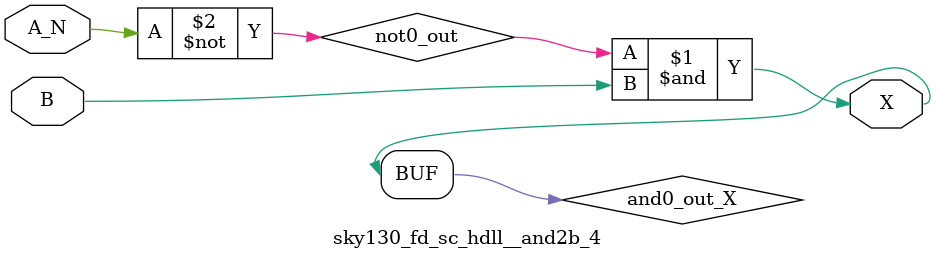
<source format=v>
/*
 * Copyright 2020 The SkyWater PDK Authors
 *
 * Licensed under the Apache License, Version 2.0 (the "License");
 * you may not use this file except in compliance with the License.
 * You may obtain a copy of the License at
 *
 *     https://www.apache.org/licenses/LICENSE-2.0
 *
 * Unless required by applicable law or agreed to in writing, software
 * distributed under the License is distributed on an "AS IS" BASIS,
 * WITHOUT WARRANTIES OR CONDITIONS OF ANY KIND, either express or implied.
 * See the License for the specific language governing permissions and
 * limitations under the License.
 *
 * SPDX-License-Identifier: Apache-2.0
*/


`ifndef SKY130_FD_SC_HDLL__AND2B_4_FUNCTIONAL_V
`define SKY130_FD_SC_HDLL__AND2B_4_FUNCTIONAL_V

/**
 * and2b: 2-input AND, first input inverted.
 *
 * Verilog simulation functional model.
 */

`timescale 1ns / 1ps
`default_nettype none

`celldefine
module sky130_fd_sc_hdll__and2b_4 (
    X  ,
    A_N,
    B
);

    // Module ports
    output X  ;
    input  A_N;
    input  B  ;

    // Local signals
    wire not0_out  ;
    wire and0_out_X;

    //  Name  Output      Other arguments
    not not0 (not0_out  , A_N            );
    and and0 (and0_out_X, not0_out, B    );
    buf buf0 (X         , and0_out_X     );

endmodule
`endcelldefine

`default_nettype wire
`endif  // SKY130_FD_SC_HDLL__AND2B_4_FUNCTIONAL_V

</source>
